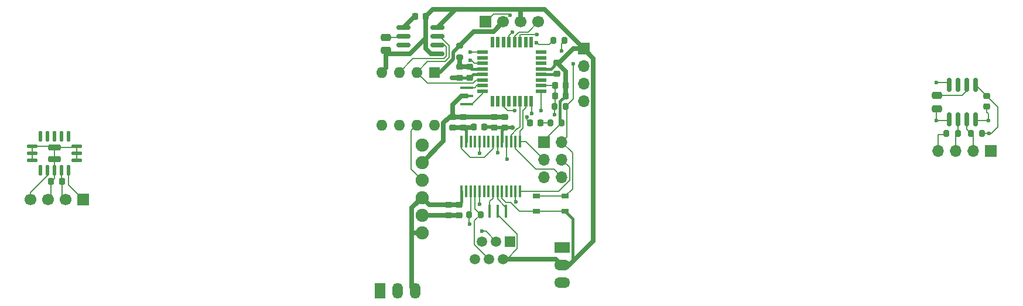
<source format=gtl>
G04 #@! TF.GenerationSoftware,KiCad,Pcbnew,9.0.2*
G04 #@! TF.CreationDate,2025-11-17T19:55:36+09:00*
G04 #@! TF.ProjectId,PitoBoard2026,5069746f-426f-4617-9264-323032362e6b,rev?*
G04 #@! TF.SameCoordinates,Original*
G04 #@! TF.FileFunction,Copper,L1,Top*
G04 #@! TF.FilePolarity,Positive*
%FSLAX46Y46*%
G04 Gerber Fmt 4.6, Leading zero omitted, Abs format (unit mm)*
G04 Created by KiCad (PCBNEW 9.0.2) date 2025-11-17 19:55:36*
%MOMM*%
%LPD*%
G01*
G04 APERTURE LIST*
G04 Aperture macros list*
%AMRoundRect*
0 Rectangle with rounded corners*
0 $1 Rounding radius*
0 $2 $3 $4 $5 $6 $7 $8 $9 X,Y pos of 4 corners*
0 Add a 4 corners polygon primitive as box body*
4,1,4,$2,$3,$4,$5,$6,$7,$8,$9,$2,$3,0*
0 Add four circle primitives for the rounded corners*
1,1,$1+$1,$2,$3*
1,1,$1+$1,$4,$5*
1,1,$1+$1,$6,$7*
1,1,$1+$1,$8,$9*
0 Add four rect primitives between the rounded corners*
20,1,$1+$1,$2,$3,$4,$5,0*
20,1,$1+$1,$4,$5,$6,$7,0*
20,1,$1+$1,$6,$7,$8,$9,0*
20,1,$1+$1,$8,$9,$2,$3,0*%
G04 Aperture macros list end*
G04 #@! TA.AperFunction,SMDPad,CuDef*
%ADD10RoundRect,0.250000X-0.475000X0.250000X-0.475000X-0.250000X0.475000X-0.250000X0.475000X0.250000X0*%
G04 #@! TD*
G04 #@! TA.AperFunction,SMDPad,CuDef*
%ADD11R,0.400000X1.900000*%
G04 #@! TD*
G04 #@! TA.AperFunction,ComponentPad*
%ADD12R,2.300000X1.500000*%
G04 #@! TD*
G04 #@! TA.AperFunction,ComponentPad*
%ADD13O,2.300000X1.500000*%
G04 #@! TD*
G04 #@! TA.AperFunction,SMDPad,CuDef*
%ADD14RoundRect,0.225000X0.250000X-0.225000X0.250000X0.225000X-0.250000X0.225000X-0.250000X-0.225000X0*%
G04 #@! TD*
G04 #@! TA.AperFunction,SMDPad,CuDef*
%ADD15RoundRect,0.150000X-0.150000X0.825000X-0.150000X-0.825000X0.150000X-0.825000X0.150000X0.825000X0*%
G04 #@! TD*
G04 #@! TA.AperFunction,SMDPad,CuDef*
%ADD16RoundRect,0.225000X0.225000X0.250000X-0.225000X0.250000X-0.225000X-0.250000X0.225000X-0.250000X0*%
G04 #@! TD*
G04 #@! TA.AperFunction,ComponentPad*
%ADD17R,1.700000X1.700000*%
G04 #@! TD*
G04 #@! TA.AperFunction,ComponentPad*
%ADD18O,1.700000X1.700000*%
G04 #@! TD*
G04 #@! TA.AperFunction,ComponentPad*
%ADD19C,1.900000*%
G04 #@! TD*
G04 #@! TA.AperFunction,ComponentPad*
%ADD20R,1.520000X1.520000*%
G04 #@! TD*
G04 #@! TA.AperFunction,ComponentPad*
%ADD21C,1.520000*%
G04 #@! TD*
G04 #@! TA.AperFunction,SMDPad,CuDef*
%ADD22RoundRect,0.200000X-0.200000X-0.275000X0.200000X-0.275000X0.200000X0.275000X-0.200000X0.275000X0*%
G04 #@! TD*
G04 #@! TA.AperFunction,SMDPad,CuDef*
%ADD23RoundRect,0.218750X0.218750X0.256250X-0.218750X0.256250X-0.218750X-0.256250X0.218750X-0.256250X0*%
G04 #@! TD*
G04 #@! TA.AperFunction,SMDPad,CuDef*
%ADD24R,0.450000X1.750000*%
G04 #@! TD*
G04 #@! TA.AperFunction,SMDPad,CuDef*
%ADD25RoundRect,0.200000X0.200000X0.275000X-0.200000X0.275000X-0.200000X-0.275000X0.200000X-0.275000X0*%
G04 #@! TD*
G04 #@! TA.AperFunction,SMDPad,CuDef*
%ADD26RoundRect,0.225000X-0.250000X0.225000X-0.250000X-0.225000X0.250000X-0.225000X0.250000X0.225000X0*%
G04 #@! TD*
G04 #@! TA.AperFunction,SMDPad,CuDef*
%ADD27RoundRect,0.225000X-0.225000X-0.250000X0.225000X-0.250000X0.225000X0.250000X-0.225000X0.250000X0*%
G04 #@! TD*
G04 #@! TA.AperFunction,SMDPad,CuDef*
%ADD28R,1.600000X0.550000*%
G04 #@! TD*
G04 #@! TA.AperFunction,SMDPad,CuDef*
%ADD29R,0.550000X1.600000*%
G04 #@! TD*
G04 #@! TA.AperFunction,ComponentPad*
%ADD30C,1.700000*%
G04 #@! TD*
G04 #@! TA.AperFunction,SMDPad,CuDef*
%ADD31R,1.050000X0.650000*%
G04 #@! TD*
G04 #@! TA.AperFunction,ComponentPad*
%ADD32R,1.500000X2.300000*%
G04 #@! TD*
G04 #@! TA.AperFunction,ComponentPad*
%ADD33O,1.500000X2.300000*%
G04 #@! TD*
G04 #@! TA.AperFunction,SMDPad,CuDef*
%ADD34RoundRect,0.125000X-0.625000X-0.125000X0.625000X-0.125000X0.625000X0.125000X-0.625000X0.125000X0*%
G04 #@! TD*
G04 #@! TA.AperFunction,SMDPad,CuDef*
%ADD35RoundRect,0.125000X-0.125000X0.625000X-0.125000X-0.625000X0.125000X-0.625000X0.125000X0.625000X0*%
G04 #@! TD*
G04 #@! TA.AperFunction,SMDPad,CuDef*
%ADD36RoundRect,0.125000X0.625000X0.125000X-0.625000X0.125000X-0.625000X-0.125000X0.625000X-0.125000X0*%
G04 #@! TD*
G04 #@! TA.AperFunction,SMDPad,CuDef*
%ADD37RoundRect,0.125000X0.125000X-0.625000X0.125000X0.625000X-0.125000X0.625000X-0.125000X-0.625000X0*%
G04 #@! TD*
G04 #@! TA.AperFunction,SMDPad,CuDef*
%ADD38RoundRect,0.225000X-0.675000X-0.225000X0.675000X-0.225000X0.675000X0.225000X-0.675000X0.225000X0*%
G04 #@! TD*
G04 #@! TA.AperFunction,SMDPad,CuDef*
%ADD39RoundRect,0.150000X-0.825000X-0.150000X0.825000X-0.150000X0.825000X0.150000X-0.825000X0.150000X0*%
G04 #@! TD*
G04 #@! TA.AperFunction,ComponentPad*
%ADD40R,1.600000X1.600000*%
G04 #@! TD*
G04 #@! TA.AperFunction,ComponentPad*
%ADD41O,1.600000X1.600000*%
G04 #@! TD*
G04 #@! TA.AperFunction,SMDPad,CuDef*
%ADD42R,1.900000X0.400000*%
G04 #@! TD*
G04 #@! TA.AperFunction,SMDPad,CuDef*
%ADD43RoundRect,0.200000X0.275000X-0.200000X0.275000X0.200000X-0.275000X0.200000X-0.275000X-0.200000X0*%
G04 #@! TD*
G04 #@! TA.AperFunction,ViaPad*
%ADD44C,0.700000*%
G04 #@! TD*
G04 #@! TA.AperFunction,ViaPad*
%ADD45C,0.600000*%
G04 #@! TD*
G04 #@! TA.AperFunction,Conductor*
%ADD46C,0.200000*%
G04 #@! TD*
G04 #@! TA.AperFunction,Conductor*
%ADD47C,0.400000*%
G04 #@! TD*
G04 #@! TA.AperFunction,Conductor*
%ADD48C,0.700000*%
G04 #@! TD*
G04 #@! TA.AperFunction,Conductor*
%ADD49C,0.500000*%
G04 #@! TD*
G04 APERTURE END LIST*
D10*
X134400000Y-42450000D03*
X134400000Y-44350000D03*
D11*
X151800000Y-67600000D03*
X150600000Y-67600000D03*
X149400000Y-67600000D03*
D12*
X159892500Y-72853000D03*
D13*
X159892500Y-75393000D03*
X159892500Y-77933000D03*
D14*
X145050000Y-48275000D03*
X145050000Y-46725000D03*
D15*
X219705000Y-49325000D03*
X218435000Y-49325000D03*
X217165000Y-49325000D03*
X215895000Y-49325000D03*
X215895000Y-54275000D03*
X217165000Y-54275000D03*
X218435000Y-54275000D03*
X219705000Y-54275000D03*
D16*
X160400000Y-50900000D03*
X158850000Y-50900000D03*
D17*
X221900000Y-58900000D03*
D18*
X219360000Y-58900000D03*
X216820000Y-58900000D03*
X214280000Y-58900000D03*
D19*
X139663000Y-70690000D03*
X139663000Y-68150000D03*
X139663000Y-65610000D03*
X139663000Y-63070000D03*
X139663000Y-60530000D03*
X139663000Y-57990000D03*
D20*
X152350000Y-71960000D03*
D21*
X151330000Y-74500000D03*
X150310000Y-71960000D03*
X149290000Y-74500000D03*
X148270000Y-71960000D03*
X147250000Y-74500000D03*
D22*
X158775000Y-52400000D03*
X160425000Y-52400000D03*
D14*
X151600000Y-55475000D03*
X151600000Y-53925000D03*
X150100000Y-55475000D03*
X150100000Y-53925000D03*
D23*
X156787500Y-54800000D03*
X155212500Y-54800000D03*
D24*
X145350000Y-64700000D03*
X146000000Y-64700000D03*
X146650000Y-64700000D03*
X147300000Y-64700000D03*
X147950000Y-64700000D03*
X148600000Y-64700000D03*
X149250000Y-64700000D03*
X149900000Y-64700000D03*
X150550000Y-64700000D03*
X151200000Y-64700000D03*
X151850000Y-64700000D03*
X152500000Y-64700000D03*
X153150000Y-64700000D03*
X153800000Y-64700000D03*
X153800000Y-57500000D03*
X153150000Y-57500000D03*
X152500000Y-57500000D03*
X151850000Y-57500000D03*
X151200000Y-57500000D03*
X150550000Y-57500000D03*
X149900000Y-57500000D03*
X149250000Y-57500000D03*
X148600000Y-57500000D03*
X147950000Y-57500000D03*
X147300000Y-57500000D03*
X146650000Y-57500000D03*
X146000000Y-57500000D03*
X145350000Y-57500000D03*
D25*
X148100000Y-68100000D03*
X146450000Y-68100000D03*
D26*
X221300000Y-50925000D03*
X221300000Y-52475000D03*
D22*
X215475000Y-56300000D03*
X217125000Y-56300000D03*
D14*
X159125000Y-47675000D03*
X159125000Y-46125000D03*
D16*
X87575000Y-63300000D03*
X86025000Y-63300000D03*
D26*
X143475000Y-66625000D03*
X143475000Y-68175000D03*
D27*
X138625000Y-39400000D03*
X140175000Y-39400000D03*
D28*
X148375000Y-44600000D03*
X148375000Y-45400000D03*
X148375000Y-46200000D03*
X148375000Y-47000000D03*
X148375000Y-47800000D03*
X148375000Y-48600000D03*
X148375000Y-49400000D03*
X148375000Y-50200000D03*
D29*
X149825000Y-51650000D03*
X150625000Y-51650000D03*
X151425000Y-51650000D03*
X152225000Y-51650000D03*
X153025000Y-51650000D03*
X153825000Y-51650000D03*
X154625000Y-51650000D03*
X155425000Y-51650000D03*
D28*
X156875000Y-50200000D03*
X156875000Y-49400000D03*
X156875000Y-48600000D03*
X156875000Y-47800000D03*
X156875000Y-47000000D03*
X156875000Y-46200000D03*
X156875000Y-45400000D03*
X156875000Y-44600000D03*
D29*
X155425000Y-43150000D03*
X154625000Y-43150000D03*
X153825000Y-43150000D03*
X153025000Y-43150000D03*
X152225000Y-43150000D03*
X151425000Y-43150000D03*
X150625000Y-43150000D03*
X149825000Y-43150000D03*
D17*
X148830000Y-40200000D03*
D30*
X151370000Y-40200000D03*
X153910000Y-40200000D03*
X156450000Y-40200000D03*
D31*
X160350000Y-67575000D03*
X156200000Y-67575000D03*
X160350000Y-65425000D03*
X156200000Y-65425000D03*
D10*
X214100000Y-50850000D03*
X214100000Y-52750000D03*
D14*
X144100000Y-55475000D03*
X144100000Y-53925000D03*
X145600000Y-55475000D03*
X145600000Y-53925000D03*
D16*
X160400000Y-49400000D03*
X158850000Y-49400000D03*
D26*
X144975000Y-66625000D03*
X144975000Y-68175000D03*
D32*
X133553000Y-79107500D03*
D33*
X136093000Y-79107500D03*
X138633000Y-79107500D03*
D17*
X90610000Y-65915000D03*
D30*
X88070000Y-65915000D03*
X85530000Y-65915000D03*
X82990000Y-65915000D03*
D34*
X83300000Y-58200000D03*
X83300000Y-59200000D03*
X83300000Y-60200000D03*
D35*
X84500000Y-61650000D03*
X85500000Y-61650000D03*
X86500000Y-61650000D03*
X87500000Y-61650000D03*
X88500000Y-61650000D03*
D36*
X89700000Y-60200000D03*
X89700000Y-59200000D03*
X89700000Y-58200000D03*
D37*
X88500000Y-56750000D03*
X87500000Y-56750000D03*
X86500000Y-56750000D03*
X85500000Y-56750000D03*
X84500000Y-56750000D03*
D38*
X86500000Y-58350000D03*
X86500000Y-60050000D03*
D39*
X136925000Y-40995000D03*
X136925000Y-42265000D03*
X136925000Y-43535000D03*
X136925000Y-44805000D03*
X141875000Y-44805000D03*
X141875000Y-43535000D03*
X141875000Y-42265000D03*
X141875000Y-40995000D03*
D40*
X141400000Y-47500000D03*
D41*
X138860000Y-47500000D03*
X136320000Y-47500000D03*
X133780000Y-47500000D03*
X133780000Y-55120000D03*
X136320000Y-55120000D03*
X138860000Y-55120000D03*
X141400000Y-55120000D03*
D17*
X157300000Y-57575000D03*
D18*
X159840000Y-57575000D03*
X157300000Y-60115000D03*
X159840000Y-60115000D03*
X157300000Y-62655000D03*
X159840000Y-62655000D03*
D42*
X146125000Y-52100000D03*
X146125000Y-50900000D03*
X146125000Y-49700000D03*
D22*
X158175000Y-54800000D03*
X159825000Y-54800000D03*
X158625000Y-42900000D03*
X160275000Y-42900000D03*
D43*
X145050000Y-45325000D03*
X145050000Y-43675000D03*
D23*
X148662500Y-55400000D03*
X147087500Y-55400000D03*
D25*
X220625000Y-56300000D03*
X218975000Y-56300000D03*
D14*
X146525000Y-48275000D03*
X146525000Y-46725000D03*
D17*
X163025000Y-44100000D03*
D18*
X163025000Y-46640000D03*
X163025000Y-49180000D03*
X163025000Y-51720000D03*
D44*
X144000000Y-48300000D03*
X144100000Y-52175000D03*
D45*
X158800000Y-53600000D03*
X138625000Y-39400000D03*
X221600000Y-56300000D03*
D44*
X152690380Y-55490380D03*
D45*
X214000000Y-54500000D03*
X221500000Y-54500000D03*
X214000000Y-49000000D03*
X156875000Y-53000000D03*
X154826000Y-54000000D03*
X153000000Y-53000000D03*
X146500000Y-69500000D03*
X148300000Y-70500000D03*
X155500000Y-53500000D03*
X159800000Y-44400000D03*
X161500000Y-46300000D03*
X156228760Y-42049000D03*
X152327180Y-39248000D03*
X152724735Y-41724735D03*
X156199999Y-43203528D03*
X147975000Y-66600000D03*
X151900000Y-60100000D03*
X146600000Y-45775000D03*
X146600000Y-44600000D03*
X153224265Y-66275735D03*
X150550000Y-59100000D03*
X148000000Y-59200000D03*
D46*
X138300000Y-45520000D02*
X136320000Y-47500000D01*
X87500000Y-63225000D02*
X87575000Y-63300000D01*
X87500000Y-61650000D02*
X87500000Y-63225000D01*
D47*
X156875000Y-47800000D02*
X159000000Y-47800000D01*
X159000000Y-47800000D02*
X159125000Y-47675000D01*
D48*
X144700000Y-38398000D02*
X141177000Y-38398000D01*
X141875000Y-44805000D02*
X140900001Y-44805000D01*
D46*
X153700000Y-67600000D02*
X153725000Y-67575000D01*
D48*
X140175000Y-44079999D02*
X140175000Y-42529999D01*
X150100000Y-53925000D02*
X151600000Y-53925000D01*
D46*
X157300000Y-57325000D02*
X159825000Y-54800000D01*
X156200000Y-67575000D02*
X160350000Y-67575000D01*
X151200000Y-64700000D02*
X151200000Y-65775000D01*
X86500000Y-58350000D02*
X89550000Y-58350000D01*
D48*
X159450000Y-46125000D02*
X159125000Y-46125000D01*
X145600000Y-53925000D02*
X150100000Y-53925000D01*
D47*
X160400000Y-50900000D02*
X159600000Y-51700000D01*
D48*
X154000000Y-38398000D02*
X144700000Y-38398000D01*
D47*
X159600000Y-51700000D02*
X159600000Y-54575000D01*
D46*
X153725000Y-67575000D02*
X156200000Y-67575000D01*
D47*
X159125000Y-46125000D02*
X158250000Y-47000000D01*
D48*
X144100000Y-53925000D02*
X145600000Y-53925000D01*
D47*
X158250000Y-47000000D02*
X156875000Y-47000000D01*
D48*
X161475000Y-44100000D02*
X159450000Y-46125000D01*
X160400000Y-49400000D02*
X160400000Y-50900000D01*
X141875000Y-40995000D02*
X144472000Y-38398000D01*
X140175000Y-39400000D02*
X140175000Y-42529999D01*
X134855000Y-44805000D02*
X134400000Y-44350000D01*
D47*
X159600000Y-54575000D02*
X159825000Y-54800000D01*
D48*
X164426000Y-45501000D02*
X163025000Y-44100000D01*
D46*
X89700000Y-59200000D02*
X89700000Y-60200000D01*
D48*
X164426000Y-71909500D02*
X164426000Y-45501000D01*
D46*
X152449000Y-66349000D02*
X153700000Y-67600000D01*
D48*
X139663000Y-60530000D02*
X142751000Y-57442000D01*
D46*
X151200000Y-65775000D02*
X151774000Y-66349000D01*
D48*
X153910000Y-38488000D02*
X154000000Y-38398000D01*
X157323000Y-38398000D02*
X154000000Y-38398000D01*
X159892500Y-75393000D02*
X160942500Y-75393000D01*
X142751000Y-54799000D02*
X143625000Y-53925000D01*
X140175000Y-42529999D02*
X137899999Y-44805000D01*
D46*
X89700000Y-58200000D02*
X89700000Y-59200000D01*
X86450000Y-58350000D02*
X86300000Y-58200000D01*
D47*
X160350000Y-67575000D02*
X161443500Y-68668500D01*
D46*
X86500000Y-60050000D02*
X86500000Y-61650000D01*
X153411000Y-70899000D02*
X150600000Y-68088000D01*
X86025000Y-63300000D02*
X86025000Y-65420000D01*
X86025000Y-65420000D02*
X85530000Y-65915000D01*
X89550000Y-58350000D02*
X89700000Y-58200000D01*
D48*
X143475000Y-68175000D02*
X144975000Y-68175000D01*
D47*
X161443500Y-68668500D02*
X161443500Y-74892000D01*
D48*
X163025000Y-44100000D02*
X157323000Y-38398000D01*
X145050000Y-48275000D02*
X144025000Y-48275000D01*
X145375000Y-50900000D02*
X144100000Y-52175000D01*
D46*
X83300000Y-59200000D02*
X83300000Y-60200000D01*
X86300000Y-58200000D02*
X83300000Y-58200000D01*
X86500000Y-62825000D02*
X86025000Y-63300000D01*
D48*
X144100000Y-52175000D02*
X144100000Y-53925000D01*
X137899999Y-44805000D02*
X136925000Y-44805000D01*
D46*
X151330000Y-74500000D02*
X151932000Y-74500000D01*
D47*
X147000000Y-47800000D02*
X146525000Y-48275000D01*
D48*
X163025000Y-44100000D02*
X161475000Y-44100000D01*
X159125000Y-46125000D02*
X159153664Y-46125000D01*
D47*
X161443500Y-74892000D02*
X160942500Y-75393000D01*
D46*
X86500000Y-58350000D02*
X86450000Y-58350000D01*
D48*
X159153664Y-46125000D02*
X160400000Y-47371336D01*
X146125000Y-50900000D02*
X145375000Y-50900000D01*
X144472000Y-38398000D02*
X144700000Y-38398000D01*
D46*
X151774000Y-66349000D02*
X152449000Y-66349000D01*
D48*
X139688000Y-68175000D02*
X139663000Y-68150000D01*
X143475000Y-68175000D02*
X139688000Y-68175000D01*
D46*
X83300000Y-58200000D02*
X83300000Y-59200000D01*
D47*
X148375000Y-47800000D02*
X147000000Y-47800000D01*
D46*
X150600000Y-68088000D02*
X150600000Y-67600000D01*
X153411000Y-73021000D02*
X153411000Y-70899000D01*
D48*
X142751000Y-57442000D02*
X142751000Y-54799000D01*
X141177000Y-38398000D02*
X140175000Y-39400000D01*
D46*
X157300000Y-57575000D02*
X157300000Y-57325000D01*
D48*
X158999500Y-74500000D02*
X159892500Y-75393000D01*
D47*
X146525000Y-48275000D02*
X145050000Y-48275000D01*
D48*
X134400000Y-46880000D02*
X133780000Y-47500000D01*
X134400000Y-44350000D02*
X134400000Y-46880000D01*
X140900001Y-44805000D02*
X140175000Y-44079999D01*
X143625000Y-53925000D02*
X144100000Y-53925000D01*
X151330000Y-74500000D02*
X158999500Y-74500000D01*
D46*
X86500000Y-58350000D02*
X86500000Y-60050000D01*
D48*
X144025000Y-48275000D02*
X144000000Y-48300000D01*
X160942500Y-75393000D02*
X164426000Y-71909500D01*
X153910000Y-40200000D02*
X153910000Y-38488000D01*
X160400000Y-47371336D02*
X160400000Y-49400000D01*
D46*
X151932000Y-74500000D02*
X153411000Y-73021000D01*
X86500000Y-61650000D02*
X86500000Y-62825000D01*
D48*
X136925000Y-44805000D02*
X134855000Y-44805000D01*
D47*
X148375000Y-47000000D02*
X146800000Y-47000000D01*
X146800000Y-47000000D02*
X146525000Y-46725000D01*
D48*
X145050000Y-46725000D02*
X146525000Y-46725000D01*
X145050000Y-45325000D02*
X145050000Y-46725000D01*
D46*
X158775000Y-52400000D02*
X158775000Y-53575000D01*
D48*
X147124000Y-41601000D02*
X145050000Y-43675000D01*
X149969000Y-41601000D02*
X147124000Y-41601000D01*
D49*
X150100000Y-55475000D02*
X151600000Y-55475000D01*
D46*
X156875000Y-49400000D02*
X158850000Y-49400000D01*
X214300000Y-56500000D02*
X215275000Y-56500000D01*
X158850000Y-52325000D02*
X158775000Y-52400000D01*
D49*
X150025000Y-55400000D02*
X150100000Y-55475000D01*
D46*
X222000000Y-56300000D02*
X222900000Y-55400000D01*
X214280000Y-56520000D02*
X214300000Y-56500000D01*
X215275000Y-56500000D02*
X215475000Y-56300000D01*
X148737500Y-55475000D02*
X148662500Y-55400000D01*
D48*
X138520000Y-39400000D02*
X136925000Y-40995000D01*
D46*
X219705000Y-49325000D02*
X221300000Y-50920000D01*
D49*
X144124000Y-44601000D02*
X144124000Y-45576000D01*
D46*
X158850000Y-49400000D02*
X158850000Y-50900000D01*
D49*
X148662500Y-55400000D02*
X150025000Y-55400000D01*
X152675000Y-55475000D02*
X152690380Y-55490380D01*
D46*
X221600000Y-56300000D02*
X222000000Y-56300000D01*
D49*
X144124000Y-45576000D02*
X142200000Y-47500000D01*
D48*
X138625000Y-39400000D02*
X138520000Y-39400000D01*
X151370000Y-40200000D02*
X149969000Y-41601000D01*
D47*
X151200000Y-55875000D02*
X151600000Y-55475000D01*
X151200000Y-57500000D02*
X151200000Y-55875000D01*
D46*
X145075000Y-43700000D02*
X145050000Y-43675000D01*
D49*
X142200000Y-47500000D02*
X141400000Y-47500000D01*
D46*
X221300000Y-50920000D02*
X221300000Y-50925000D01*
X158775000Y-53575000D02*
X158800000Y-53600000D01*
D49*
X151600000Y-55475000D02*
X152675000Y-55475000D01*
D46*
X222900000Y-52525000D02*
X221300000Y-50925000D01*
X151650735Y-55525735D02*
X151600000Y-55475000D01*
X221600000Y-56300000D02*
X220625000Y-56300000D01*
X214280000Y-58900000D02*
X214280000Y-56520000D01*
D49*
X145050000Y-43675000D02*
X144124000Y-44601000D01*
D46*
X158850000Y-50900000D02*
X158850000Y-52325000D01*
X222900000Y-55400000D02*
X222900000Y-52525000D01*
X136740000Y-42450000D02*
X136925000Y-42265000D01*
X134400000Y-42450000D02*
X136740000Y-42450000D01*
X215895000Y-49325000D02*
X215570000Y-49000000D01*
X215570000Y-49000000D02*
X214000000Y-49000000D01*
X214000000Y-54500000D02*
X215670000Y-54500000D01*
X221500000Y-53500000D02*
X221300000Y-53300000D01*
X219705000Y-54275000D02*
X219775000Y-54275000D01*
X215670000Y-54500000D02*
X215895000Y-54275000D01*
X214000000Y-54500000D02*
X214000000Y-52850000D01*
X214000000Y-52850000D02*
X214100000Y-52750000D01*
X219775000Y-54275000D02*
X220000000Y-54500000D01*
X221500000Y-54500000D02*
X221500000Y-53500000D01*
X221300000Y-53300000D02*
X221300000Y-52475000D01*
X220000000Y-54500000D02*
X221500000Y-54500000D01*
X218435000Y-50165000D02*
X218435000Y-49325000D01*
X214100000Y-50850000D02*
X217750000Y-50850000D01*
X217750000Y-50850000D02*
X218435000Y-50165000D01*
D48*
X138162000Y-67111000D02*
X139663000Y-65610000D01*
X138252000Y-70690000D02*
X138162000Y-70600000D01*
X144975000Y-66625000D02*
X143475000Y-66625000D01*
X140678000Y-66625000D02*
X139663000Y-65610000D01*
X139663000Y-70690000D02*
X138252000Y-70690000D01*
D47*
X145350000Y-66250000D02*
X144975000Y-66625000D01*
D48*
X138162000Y-78636500D02*
X138162000Y-70600000D01*
D47*
X145350000Y-64700000D02*
X145350000Y-66250000D01*
D48*
X143475000Y-66625000D02*
X140678000Y-66625000D01*
X138162000Y-70600000D02*
X138162000Y-67111000D01*
X138633000Y-79107500D02*
X138162000Y-78636500D01*
D46*
X145675000Y-55400000D02*
X145600000Y-55475000D01*
D48*
X147012500Y-55475000D02*
X147087500Y-55400000D01*
X144100000Y-55475000D02*
X145600000Y-55475000D01*
D47*
X146000000Y-57500000D02*
X146000000Y-55875000D01*
X146000000Y-55875000D02*
X145600000Y-55475000D01*
D48*
X145600000Y-55475000D02*
X147012500Y-55475000D01*
D46*
X156875000Y-53000000D02*
X156875000Y-50200000D01*
X160991000Y-63131760D02*
X160991000Y-61266000D01*
X153800000Y-64700000D02*
X159422760Y-64700000D01*
X159422760Y-64700000D02*
X160991000Y-63131760D01*
X160991000Y-61266000D02*
X159840000Y-60115000D01*
X151425000Y-51650000D02*
X151425000Y-52425000D01*
X152000000Y-53000000D02*
X153000000Y-53000000D01*
X154826000Y-54000000D02*
X154826000Y-54413500D01*
X151425000Y-52425000D02*
X152000000Y-53000000D01*
X154826000Y-54413500D02*
X155212500Y-54800000D01*
X156787500Y-54800000D02*
X158175000Y-54800000D01*
X146450000Y-69450000D02*
X146500000Y-69500000D01*
X150310000Y-71960000D02*
X148850000Y-70500000D01*
X146650000Y-67900000D02*
X146650000Y-64700000D01*
X148850000Y-70500000D02*
X148300000Y-70500000D01*
X146450000Y-68100000D02*
X146650000Y-67900000D01*
X146450000Y-68100000D02*
X146450000Y-69450000D01*
X147209000Y-68991000D02*
X147209000Y-72419000D01*
X147300000Y-67300000D02*
X147300000Y-64700000D01*
X148100000Y-68100000D02*
X147300000Y-67300000D01*
X147209000Y-72419000D02*
X149290000Y-74500000D01*
X148100000Y-68100000D02*
X147209000Y-68991000D01*
X155500000Y-53500000D02*
X155500000Y-51725000D01*
X155500000Y-51725000D02*
X155425000Y-51650000D01*
X158689000Y-61504000D02*
X159840000Y-62655000D01*
X153150000Y-58575000D02*
X156079000Y-61504000D01*
X156079000Y-61504000D02*
X158689000Y-61504000D01*
X153150000Y-57500000D02*
X153150000Y-58575000D01*
X154685000Y-57500000D02*
X157300000Y-60115000D01*
X153800000Y-57500000D02*
X154685000Y-57500000D01*
X154625000Y-51650000D02*
X154625000Y-52650000D01*
X154625000Y-52650000D02*
X154226000Y-53049000D01*
X154226000Y-55541100D02*
X153800000Y-55967100D01*
X153800000Y-55967100D02*
X153800000Y-57500000D01*
X154226000Y-53049000D02*
X154226000Y-55541100D01*
X159800000Y-44400000D02*
X159800000Y-43375000D01*
X159840000Y-57575000D02*
X161392000Y-59127000D01*
X160600000Y-56815000D02*
X159840000Y-57575000D01*
X161392000Y-59127000D02*
X161392000Y-64383000D01*
X161500000Y-51325000D02*
X161500000Y-46300000D01*
X160425000Y-52400000D02*
X160600000Y-52575000D01*
X160600000Y-52575000D02*
X160600000Y-56815000D01*
X159800000Y-43375000D02*
X160275000Y-42900000D01*
X161392000Y-64383000D02*
X160350000Y-65425000D01*
X159840000Y-57575000D02*
X159840000Y-57560000D01*
X160425000Y-52400000D02*
X161500000Y-51325000D01*
X160350000Y-65425000D02*
X156200000Y-65425000D01*
X153926000Y-42049000D02*
X153825000Y-42150000D01*
X152149000Y-39049000D02*
X149981000Y-39049000D01*
X149981000Y-39049000D02*
X148830000Y-40200000D01*
X152327180Y-39227180D02*
X152149000Y-39049000D01*
X156228760Y-42049000D02*
X153926000Y-42049000D01*
X152327180Y-39248000D02*
X152327180Y-39227180D01*
X153825000Y-42150000D02*
X153825000Y-43150000D01*
X155002000Y-41648000D02*
X153650000Y-41648000D01*
X156450000Y-40200000D02*
X155002000Y-41648000D01*
X153650000Y-41648000D02*
X153025000Y-42273000D01*
X153025000Y-42273000D02*
X153025000Y-43150000D01*
X218435000Y-55760000D02*
X218975000Y-56300000D01*
X219360000Y-58900000D02*
X219360000Y-56685000D01*
X219360000Y-56685000D02*
X218975000Y-56300000D01*
X218435000Y-54275000D02*
X218435000Y-55760000D01*
X217165000Y-54275000D02*
X217165000Y-56260000D01*
X216820000Y-58900000D02*
X216820000Y-56605000D01*
X217165000Y-56260000D02*
X217125000Y-56300000D01*
X216820000Y-56605000D02*
X217125000Y-56300000D01*
X152225000Y-43150000D02*
X152225000Y-42224470D01*
X156496471Y-43500000D02*
X158025000Y-43500000D01*
X156199999Y-43203528D02*
X156496471Y-43500000D01*
X158025000Y-43500000D02*
X158625000Y-42900000D01*
X152225000Y-42224470D02*
X152724735Y-41724735D01*
X147950000Y-66575000D02*
X147975000Y-66600000D01*
X147950000Y-64700000D02*
X147950000Y-66575000D01*
X151850000Y-57500000D02*
X151850000Y-60050000D01*
X151850000Y-60050000D02*
X151900000Y-60100000D01*
X140459000Y-45901000D02*
X142963068Y-45901000D01*
X147425110Y-48600000D02*
X146999110Y-49026000D01*
X142963068Y-45901000D02*
X143552000Y-45312068D01*
X143552000Y-43595032D02*
X142221968Y-42265000D01*
X148375000Y-48600000D02*
X147425110Y-48600000D01*
X143552000Y-45312068D02*
X143552000Y-43595032D01*
X146999110Y-49026000D02*
X140386000Y-49026000D01*
X138860000Y-47500000D02*
X140459000Y-45901000D01*
X142221968Y-42265000D02*
X141875000Y-42265000D01*
X140386000Y-49026000D02*
X138860000Y-47500000D01*
X142796968Y-45500000D02*
X138300000Y-45500000D01*
X148375000Y-46200000D02*
X147225110Y-46200000D01*
X147225110Y-46200000D02*
X146800110Y-45775000D01*
X142849999Y-43535000D02*
X143151000Y-43836001D01*
X143151000Y-45145968D02*
X142796968Y-45500000D01*
X141875000Y-43535000D02*
X142849999Y-43535000D01*
X146800110Y-45775000D02*
X146600000Y-45775000D01*
X143151000Y-43836001D02*
X143151000Y-45145968D01*
X138300000Y-45500000D02*
X138300000Y-45520000D01*
X153150000Y-64700000D02*
X153150000Y-66201470D01*
X153150000Y-66201470D02*
X153224265Y-66275735D01*
X148375000Y-44600000D02*
X146600000Y-44600000D01*
X153825000Y-55375000D02*
X153825000Y-51650000D01*
X153400000Y-55700000D02*
X153500000Y-55700000D01*
X153500000Y-55700000D02*
X153825000Y-55375000D01*
X152500000Y-56600000D02*
X153400000Y-55700000D01*
X152500000Y-57500000D02*
X152500000Y-56600000D01*
X148375000Y-50600000D02*
X148375000Y-50200000D01*
X146125000Y-52100000D02*
X146875000Y-52100000D01*
X146875000Y-52100000D02*
X148375000Y-50600000D01*
X147575000Y-49400000D02*
X148375000Y-49400000D01*
X147275000Y-49700000D02*
X147575000Y-49400000D01*
X146125000Y-49700000D02*
X147275000Y-49700000D01*
X150550000Y-59100000D02*
X150550000Y-57500000D01*
X148000000Y-59200000D02*
X148000000Y-57550000D01*
X148000000Y-57550000D02*
X147950000Y-57500000D01*
X149900000Y-64700000D02*
X149900000Y-65700000D01*
X149900000Y-65700000D02*
X149400000Y-66200000D01*
X149400000Y-66200000D02*
X149400000Y-67600000D01*
X145350000Y-58552000D02*
X145350000Y-57500000D01*
X149900000Y-58575000D02*
X148674000Y-59801000D01*
X149900000Y-57500000D02*
X149900000Y-58575000D01*
X146599000Y-59801000D02*
X145350000Y-58552000D01*
X148674000Y-59801000D02*
X146599000Y-59801000D01*
X150550000Y-64700000D02*
X150550000Y-65798000D01*
X150550000Y-65798000D02*
X151800000Y-67048000D01*
X151800000Y-67048000D02*
X151800000Y-67600000D01*
X138060001Y-61467001D02*
X139663000Y-63070000D01*
X138860000Y-55120000D02*
X138060001Y-55919999D01*
X138060001Y-55919999D02*
X138060001Y-61467001D01*
X87575000Y-65420000D02*
X88070000Y-65915000D01*
X87575000Y-63300000D02*
X87575000Y-65420000D01*
X88500000Y-63805000D02*
X90610000Y-65915000D01*
X88500000Y-61650000D02*
X88500000Y-63805000D01*
X85500000Y-61650000D02*
X85500000Y-62399999D01*
X82990000Y-64909999D02*
X82990000Y-65915000D01*
X85500000Y-62399999D02*
X82990000Y-64909999D01*
M02*

</source>
